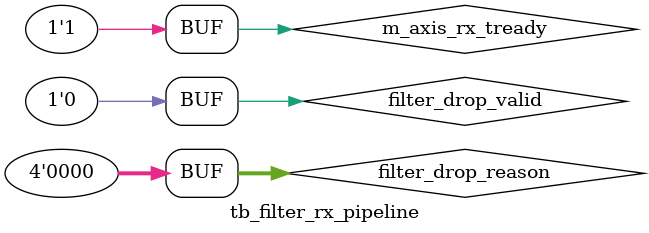
<source format=sv>
/**
 * SystemVerilog testbench wrapper for filter_rx_pipeline
 * This provides the DUT instantiation for Cocotb testing
 */

`timescale 1ns / 1ps

module tb_filter_rx_pipeline;

    // Clock and reset
    logic clk;
    logic rst_n;
    
    // AXI Stream input interface
    logic        s_axis_rx_tvalid;
    logic        s_axis_rx_tready;
    logic [511:0] s_axis_rx_tdata;
    logic [63:0]  s_axis_rx_tkeep;
    logic        s_axis_rx_tlast;
    logic [15:0] s_axis_rx_tuser;
    
    // AXI Stream output interface  
    logic        m_axis_rx_tvalid;
    logic        m_axis_rx_tready;
    logic [511:0] m_axis_rx_tdata;
    logic [63:0]  m_axis_rx_tkeep;
    logic        m_axis_rx_tlast;
    logic [15:0] m_axis_rx_tuser;
    
    // Configuration interface (simplified)
    logic [31:0] cfg_data;
    logic [15:0] cfg_addr;
    logic        cfg_valid;
    logic        cfg_ready;
    
    // Status/debug signals
    logic        filter_drop_valid;
    logic [3:0]  filter_drop_reason;
    
    // Device Under Test
    filter_rx_pipeline #(
        .NUM_RULES(2)
    ) dut (
        .clk(clk),
        .rst_n(rst_n),
        
        // Input AXI Stream
        .s_axis_rx_tvalid(s_axis_rx_tvalid),
        .s_axis_rx_tready(s_axis_rx_tready),
        .s_axis_rx_tdata(s_axis_rx_tdata),
        .s_axis_rx_tkeep(s_axis_rx_tkeep),
        .s_axis_rx_tlast(s_axis_rx_tlast),
        .s_axis_rx_tuser(s_axis_rx_tuser),
        
        // Output AXI Stream
        .m_axis_rx_tvalid(m_axis_rx_tvalid),
        .m_axis_rx_tready(m_axis_rx_tready),
        .m_axis_rx_tdata(m_axis_rx_tdata),
        .m_axis_rx_tkeep(m_axis_rx_tkeep),
        .m_axis_rx_tlast(m_axis_rx_tlast),
        .m_axis_rx_tuser(m_axis_rx_tuser)
        
        // Note: Configuration and status signals would be connected
        // based on the actual filter_rx_pipeline interface
    );
    
    // Connect debug/status signals if they exist in the actual module
    assign filter_drop_valid = 1'b0;  // Placeholder
    assign filter_drop_reason = 4'b0; // Placeholder
    
    // Initialize output ready
    initial begin
        m_axis_rx_tready = 1'b1;  // Always ready for output
    end
    
    // Dump waves for debugging
    initial begin
        $dumpfile("filter_rx_pipeline.vcd");
        $dumpvars(0, tb_filter_rx_pipeline);
    end

endmodule

</source>
